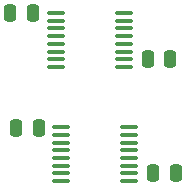
<source format=gbr>
%TF.GenerationSoftware,KiCad,Pcbnew,8.0.3*%
%TF.CreationDate,2024-07-01T12:15:54-06:00*%
%TF.ProjectId,VoiceBoardR3,566f6963-6542-46f6-9172-6452332e6b69,rev?*%
%TF.SameCoordinates,Original*%
%TF.FileFunction,Paste,Bot*%
%TF.FilePolarity,Positive*%
%FSLAX46Y46*%
G04 Gerber Fmt 4.6, Leading zero omitted, Abs format (unit mm)*
G04 Created by KiCad (PCBNEW 8.0.3) date 2024-07-01 12:15:54*
%MOMM*%
%LPD*%
G01*
G04 APERTURE LIST*
G04 Aperture macros list*
%AMRoundRect*
0 Rectangle with rounded corners*
0 $1 Rounding radius*
0 $2 $3 $4 $5 $6 $7 $8 $9 X,Y pos of 4 corners*
0 Add a 4 corners polygon primitive as box body*
4,1,4,$2,$3,$4,$5,$6,$7,$8,$9,$2,$3,0*
0 Add four circle primitives for the rounded corners*
1,1,$1+$1,$2,$3*
1,1,$1+$1,$4,$5*
1,1,$1+$1,$6,$7*
1,1,$1+$1,$8,$9*
0 Add four rect primitives between the rounded corners*
20,1,$1+$1,$2,$3,$4,$5,0*
20,1,$1+$1,$4,$5,$6,$7,0*
20,1,$1+$1,$6,$7,$8,$9,0*
20,1,$1+$1,$8,$9,$2,$3,0*%
G04 Aperture macros list end*
%ADD10RoundRect,0.100000X0.637500X0.100000X-0.637500X0.100000X-0.637500X-0.100000X0.637500X-0.100000X0*%
%ADD11RoundRect,0.250000X-0.250000X-0.475000X0.250000X-0.475000X0.250000X0.475000X-0.250000X0.475000X0*%
%ADD12RoundRect,0.250000X0.250000X0.475000X-0.250000X0.475000X-0.250000X-0.475000X0.250000X-0.475000X0*%
G04 APERTURE END LIST*
D10*
%TO.C,U102*%
X77935200Y-10704400D03*
X77935200Y-11354400D03*
X77935200Y-12004400D03*
X77935200Y-12654400D03*
X77935200Y-13304400D03*
X77935200Y-13954400D03*
X77935200Y-14604400D03*
X77935200Y-15254400D03*
X72210200Y-15254400D03*
X72210200Y-14604400D03*
X72210200Y-13954400D03*
X72210200Y-13304400D03*
X72210200Y-12654400D03*
X72210200Y-12004400D03*
X72210200Y-11354400D03*
X72210200Y-10704400D03*
%TD*%
D11*
%TO.C,C101*%
X79974401Y-14605000D03*
X81874399Y-14605000D03*
%TD*%
D12*
%TO.C,C102*%
X70723800Y-20396200D03*
X68823800Y-20396200D03*
%TD*%
%TO.C,C104*%
X70215800Y-10718800D03*
X68315800Y-10718800D03*
%TD*%
D11*
%TO.C,C103*%
X80406201Y-24257000D03*
X82306199Y-24257000D03*
%TD*%
D10*
%TO.C,U101*%
X78362862Y-20381800D03*
X78362862Y-21031800D03*
X78362862Y-21681800D03*
X78362862Y-22331800D03*
X78362862Y-22981800D03*
X78362862Y-23631800D03*
X78362862Y-24281800D03*
X78362862Y-24931800D03*
X72637862Y-24931800D03*
X72637862Y-24281800D03*
X72637862Y-23631800D03*
X72637862Y-22981800D03*
X72637862Y-22331800D03*
X72637862Y-21681800D03*
X72637862Y-21031800D03*
X72637862Y-20381800D03*
%TD*%
M02*

</source>
